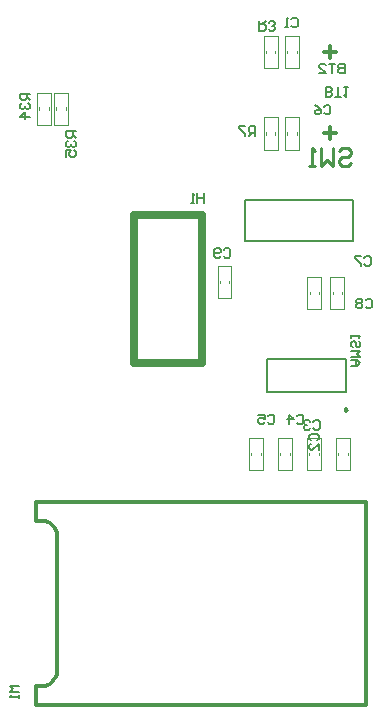
<source format=gbo>
G04*
G04 #@! TF.GenerationSoftware,Altium Limited,Altium Designer,21.9.2 (33)*
G04*
G04 Layer_Color=32896*
%FSLAX25Y25*%
%MOIN*%
G70*
G04*
G04 #@! TF.SameCoordinates,C4A799FB-7654-48D4-A5E1-033C702218DC*
G04*
G04*
G04 #@! TF.FilePolarity,Positive*
G04*
G01*
G75*
%ADD10C,0.00984*%
%ADD12C,0.00400*%
%ADD13C,0.00787*%
%ADD14C,0.00591*%
%ADD32C,0.01181*%
%ADD48C,0.02500*%
%ADD49C,0.01000*%
D10*
X126279Y-16929D02*
X125541Y-16503D01*
Y-17355D01*
X126279Y-16929D01*
D12*
X105574Y80497D02*
X110174D01*
Y69797D02*
Y80497D01*
X105574Y69797D02*
X110174D01*
X105574D02*
Y80497D01*
X106274Y74797D02*
Y75597D01*
X109474Y74797D02*
Y75597D01*
X102387Y74797D02*
Y75597D01*
X99187Y74797D02*
Y75597D01*
X98487Y69797D02*
Y80497D01*
Y69797D02*
X103087D01*
Y80497D01*
X98487D02*
X103087D01*
X98487Y107662D02*
X103087D01*
Y96962D02*
Y107662D01*
X98487Y96962D02*
X103087D01*
X98487D02*
Y107662D01*
X99187Y101962D02*
Y102762D01*
X102387Y101962D02*
Y102762D01*
X32452Y83101D02*
Y83902D01*
X29252Y83101D02*
Y83902D01*
X28552Y78101D02*
Y88801D01*
Y78101D02*
X33152D01*
Y88801D01*
X28552D02*
X33152D01*
X26797Y83065D02*
Y83864D01*
X23597Y83065D02*
Y83864D01*
X22897Y78065D02*
Y88765D01*
Y78065D02*
X27497D01*
Y88765D01*
X22897D02*
X27497D01*
X105574Y97062D02*
X110174D01*
X105574D02*
Y107762D01*
X110174D01*
Y97062D02*
Y107762D01*
X109474Y101962D02*
Y102762D01*
X106274Y101962D02*
Y102762D01*
X116954Y21647D02*
Y22447D01*
X113754Y21647D02*
Y22447D01*
X113054Y16647D02*
Y27347D01*
Y16647D02*
X117654D01*
Y27347D01*
X113054D02*
X117654D01*
X121405Y21487D02*
Y22287D01*
X124605Y21487D02*
Y22287D01*
X125305Y16587D02*
Y27287D01*
X120705D02*
X125305D01*
X120705Y16587D02*
Y27287D01*
Y16587D02*
X125305D01*
X87033Y25191D02*
Y25991D01*
X83833Y25191D02*
Y25991D01*
X83133Y20191D02*
Y30891D01*
Y20191D02*
X87733D01*
Y30891D01*
X83133D02*
X87733D01*
X122595Y-26356D02*
X127195D01*
Y-37056D02*
Y-26356D01*
X122595Y-37056D02*
X127195D01*
X122595D02*
Y-26356D01*
X123295Y-32056D02*
Y-31256D01*
X126495Y-32056D02*
Y-31256D01*
X107125Y-32056D02*
Y-31256D01*
X103925Y-32056D02*
Y-31256D01*
X103225Y-37056D02*
Y-26356D01*
Y-37056D02*
X107825D01*
Y-26356D01*
X103225D02*
X107825D01*
X97440Y-32056D02*
Y-31256D01*
X94240Y-32056D02*
Y-31256D01*
X93540Y-37056D02*
Y-26356D01*
Y-37056D02*
X98140D01*
Y-26356D01*
X93540D02*
X98140D01*
X116810Y-32056D02*
Y-31256D01*
X113610Y-32056D02*
Y-31256D01*
X112910Y-37056D02*
Y-26356D01*
Y-37056D02*
X117510D01*
Y-26356D01*
X112910D02*
X117510D01*
D13*
X99409Y-11024D02*
X125787D01*
X99409Y0D02*
X125787D01*
Y-11024D02*
Y0D01*
X99409Y-11024D02*
Y0D01*
X92126Y39173D02*
X128347D01*
Y52953D01*
X92126D02*
X128347D01*
X92126Y39173D02*
Y52953D01*
D14*
X119097Y87468D02*
Y90617D01*
X120671D01*
X121196Y90092D01*
Y89567D01*
X120671Y89042D01*
X119097D01*
X120671D01*
X121196Y88517D01*
Y87993D01*
X120671Y87468D01*
X119097D01*
X122245D02*
X124345D01*
X123295D01*
Y90617D01*
X125394D02*
X126444D01*
X125919D01*
Y87468D01*
X125394Y87993D01*
X118635Y84120D02*
X119160Y84645D01*
X120209D01*
X120734Y84120D01*
Y82021D01*
X120209Y81497D01*
X119160D01*
X118635Y82021D01*
X115486Y84645D02*
X116536Y84120D01*
X117586Y83071D01*
Y82021D01*
X117061Y81497D01*
X116011D01*
X115486Y82021D01*
Y82546D01*
X116011Y83071D01*
X117586D01*
X95537Y74410D02*
Y77559D01*
X93963D01*
X93438Y77034D01*
Y75984D01*
X93963Y75459D01*
X95537D01*
X94488D02*
X93438Y74410D01*
X92389Y77559D02*
X90290D01*
Y77034D01*
X92389Y74935D01*
Y74410D01*
X17045Y-108886D02*
X13897D01*
X14946Y-109935D01*
X13897Y-110985D01*
X17045D01*
Y-112034D02*
Y-113084D01*
Y-112559D01*
X13897D01*
X14422Y-112034D01*
X35826Y75852D02*
X32678D01*
Y74277D01*
X33202Y73753D01*
X34252D01*
X34777Y74277D01*
Y75852D01*
Y74802D02*
X35826Y73753D01*
X33202Y72703D02*
X32678Y72178D01*
Y71129D01*
X33202Y70604D01*
X33727D01*
X34252Y71129D01*
Y71653D01*
Y71129D01*
X34777Y70604D01*
X35302D01*
X35826Y71129D01*
Y72178D01*
X35302Y72703D01*
X32678Y67455D02*
Y69555D01*
X34252D01*
X33727Y68505D01*
Y67980D01*
X34252Y67455D01*
X35302D01*
X35826Y67980D01*
Y69030D01*
X35302Y69555D01*
X20472Y88450D02*
X17323D01*
Y86876D01*
X17848Y86351D01*
X18898D01*
X19422Y86876D01*
Y88450D01*
Y87401D02*
X20472Y86351D01*
X17848Y85302D02*
X17323Y84777D01*
Y83727D01*
X17848Y83202D01*
X18373D01*
X18898Y83727D01*
Y84252D01*
Y83727D01*
X19422Y83202D01*
X19947D01*
X20472Y83727D01*
Y84777D01*
X19947Y85302D01*
X20472Y80579D02*
X17323D01*
X18898Y82153D01*
Y80054D01*
X85195Y36318D02*
X85719Y36842D01*
X86769D01*
X87294Y36318D01*
Y34218D01*
X86769Y33694D01*
X85719D01*
X85195Y34218D01*
X84145D02*
X83620Y33694D01*
X82571D01*
X82046Y34218D01*
Y36318D01*
X82571Y36842D01*
X83620D01*
X84145Y36318D01*
Y35793D01*
X83620Y35268D01*
X82046D01*
X132414Y19554D02*
X132939Y20078D01*
X133989D01*
X134514Y19554D01*
Y17454D01*
X133989Y16930D01*
X132939D01*
X132414Y17454D01*
X131365Y19554D02*
X130840Y20078D01*
X129791D01*
X129266Y19554D01*
Y19029D01*
X129791Y18504D01*
X129266Y17979D01*
Y17454D01*
X129791Y16930D01*
X130840D01*
X131365Y17454D01*
Y17979D01*
X130840Y18504D01*
X131365Y19029D01*
Y19554D01*
X130840Y18504D02*
X129791D01*
X132021Y33727D02*
X132546Y34251D01*
X133595D01*
X134120Y33727D01*
Y31628D01*
X133595Y31103D01*
X132546D01*
X132021Y31628D01*
X130971Y34251D02*
X128872D01*
Y33727D01*
X130971Y31628D01*
Y31103D01*
X127560Y-2492D02*
X129659D01*
X130708Y-1442D01*
X129659Y-393D01*
X127560D01*
X129134D01*
Y-2492D01*
X127560Y657D02*
X130708D01*
X129659Y1706D01*
X130708Y2756D01*
X127560D01*
X130183Y5904D02*
X130708Y5380D01*
Y4330D01*
X130183Y3805D01*
X129659D01*
X129134Y4330D01*
Y5380D01*
X128609Y5904D01*
X128084D01*
X127560Y5380D01*
Y4330D01*
X128084Y3805D01*
X127560Y6954D02*
Y8004D01*
Y7479D01*
X130708D01*
X130183Y6954D01*
X96983Y112598D02*
Y109449D01*
X98557D01*
X99081Y109974D01*
Y111024D01*
X98557Y111548D01*
X96983D01*
X98032D02*
X99081Y112598D01*
X100131Y109974D02*
X100656Y109449D01*
X101705D01*
X102230Y109974D01*
Y110499D01*
X101705Y111024D01*
X101181D01*
X101705D01*
X102230Y111548D01*
Y112073D01*
X101705Y112598D01*
X100656D01*
X100131Y112073D01*
X78494Y55142D02*
Y51994D01*
Y53568D01*
X76395D01*
Y55142D01*
Y51994D01*
X75345D02*
X74296D01*
X74820D01*
Y55142D01*
X75345Y54618D01*
X99873Y-19069D02*
X100398Y-18544D01*
X101448D01*
X101972Y-19069D01*
Y-21168D01*
X101448Y-21693D01*
X100398D01*
X99873Y-21168D01*
X96725Y-18544D02*
X98824D01*
Y-20119D01*
X97774Y-19594D01*
X97250D01*
X96725Y-20119D01*
Y-21168D01*
X97250Y-21693D01*
X98299D01*
X98824Y-21168D01*
X109501Y-19108D02*
X110026Y-18584D01*
X111075D01*
X111600Y-19108D01*
Y-21207D01*
X111075Y-21732D01*
X110026D01*
X109501Y-21207D01*
X106877Y-21732D02*
Y-18584D01*
X108451Y-20158D01*
X106352D01*
X114995Y-20982D02*
X115519Y-20458D01*
X116569D01*
X117094Y-20982D01*
Y-23081D01*
X116569Y-23606D01*
X115519D01*
X114995Y-23081D01*
X113945Y-20982D02*
X113420Y-20458D01*
X112371D01*
X111846Y-20982D01*
Y-21507D01*
X112371Y-22032D01*
X112896D01*
X112371D01*
X111846Y-22557D01*
Y-23081D01*
X112371Y-23606D01*
X113420D01*
X113945Y-23081D01*
X114176Y-27163D02*
X113652Y-26638D01*
Y-25589D01*
X114176Y-25064D01*
X116275D01*
X116800Y-25589D01*
Y-26638D01*
X116275Y-27163D01*
X116800Y-30312D02*
Y-28212D01*
X114701Y-30312D01*
X114176D01*
X113652Y-29787D01*
Y-28737D01*
X114176Y-28212D01*
X107695Y113217D02*
X108219Y113742D01*
X109269D01*
X109794Y113217D01*
Y111118D01*
X109269Y110594D01*
X108219D01*
X107695Y111118D01*
X106645Y110594D02*
X105596D01*
X106120D01*
Y113742D01*
X106645Y113217D01*
X125458Y98425D02*
Y95276D01*
X123884D01*
X123359Y95801D01*
Y96326D01*
X123884Y96850D01*
X125458D01*
X123884D01*
X123359Y97375D01*
Y97900D01*
X123884Y98425D01*
X125458D01*
X122309D02*
X120210D01*
X121260D01*
Y95276D01*
X117062D02*
X119161D01*
X117062Y97375D01*
Y97900D01*
X117587Y98425D01*
X118636D01*
X119161Y97900D01*
D32*
X29528Y-58937D02*
X29432Y-57962D01*
X29147Y-57024D01*
X28685Y-56159D01*
X28063Y-55402D01*
X27305Y-54780D01*
X26441Y-54318D01*
X25503Y-54033D01*
X24528Y-53937D01*
Y-109055D02*
X25503Y-108959D01*
X26441Y-108675D01*
X27305Y-108213D01*
X28063Y-107591D01*
X28685Y-106833D01*
X29147Y-105969D01*
X29432Y-105031D01*
X29528Y-104055D01*
X118504Y102362D02*
X122441D01*
X120473Y100394D02*
Y104331D01*
X120473Y73228D02*
Y77165D01*
X118504Y75197D02*
X122441D01*
X132677Y-115355D02*
Y-47638D01*
X22441Y-115355D02*
X132677D01*
X22441Y-47638D02*
X132677D01*
X29528Y-101181D02*
Y-61811D01*
X22441Y-115355D02*
Y-109055D01*
Y-53937D02*
Y-47638D01*
Y-53937D02*
X24528D01*
X29528Y-61811D02*
Y-58937D01*
X22441Y-109055D02*
X24528D01*
X29528Y-104055D02*
Y-101181D01*
D48*
X77795Y-1417D02*
Y48110D01*
X55276Y-1417D02*
X77795D01*
X55276D02*
Y48110D01*
X77795D01*
D49*
X123695Y69392D02*
X124695Y70392D01*
X126694D01*
X127694Y69392D01*
Y68392D01*
X126694Y67393D01*
X124695D01*
X123695Y66393D01*
Y65393D01*
X124695Y64394D01*
X126694D01*
X127694Y65393D01*
X121696Y70392D02*
Y64394D01*
X119696Y66393D01*
X117697Y64394D01*
Y70392D01*
X115698Y64394D02*
X113698D01*
X114698D01*
Y70392D01*
X115698Y69392D01*
M02*

</source>
